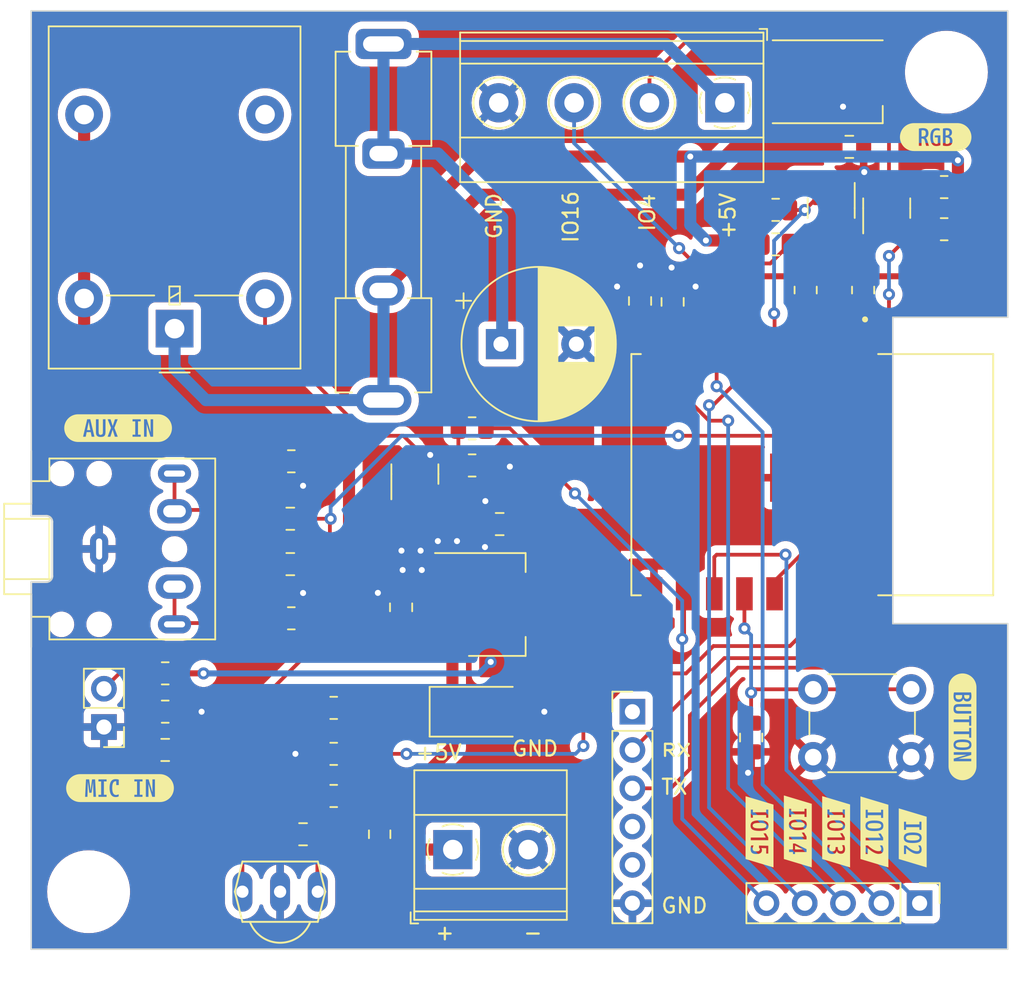
<source format=kicad_pcb>
(kicad_pcb (version 20221018) (generator pcbnew)
  (layers (0 "F.Cu" signal) (31 "B.Cu" signal) (34 "B.Paste" user) (35 "F.Paste" user) (36 "B.SilkS" user "B.Silkscreen") (37 "F.SilkS" user "F.Silkscreen") (38 "B.Mask" user) (39 "F.Mask" user) (44 "Edge.Cuts" user))
  (net 0 "")
  (net 1 "+5V")
  (net 2 "GND")
  (net 3 "+3V3")
  (net 4 "Net-(J3-Pin_1)")
  (net 5 "/Top_Sheet/ESP-12S/IO0")
  (net 6 "/Top_Sheet/ESP-12S/ADC")
  (net 7 "Net-(MK1-+)")
  (net 8 "Net-(C8-Pad2)")
  (net 9 "Net-(C9-Pad2)")
  (net 10 "/Top_Sheet/ESP-12S/5V_LED")
  (net 12 "/Top_Sheet/ESP-12S/DATA")
  (net 13 "Net-(J4-Pin_1)")
  (net 15 "/Top_Sheet/ESP-12S/RXD0")
  (net 16 "/Top_Sheet/ESP-12S/TXD")
  (net 19 "/Top_Sheet/ESP-12S/CLK")
  (net 20 "/Top_Sheet/ESP-12S/IO2")
  (net 21 "/Top_Sheet/ESP-12S/IO12")
  (net 22 "/Top_Sheet/ESP-12S/IO13")
  (net 23 "/Top_Sheet/ESP-12S/IO14")
  (net 24 "/Top_Sheet/ESP-12S/IO15")
  (net 25 "Net-(Q3-D)")
  (net 27 "/Top_Sheet/ESP-12S/IO4")
  (net 28 "/Top_Sheet/ESP-12S/IO16")
  (net 29 "Net-(Q3-G)")
  (net 30 "Net-(U1-RST)")
  (net 31 "Net-(U1-EN)")
  (net 32 "/Top_Sheet/ESP-12S/IO5")
  (net 33 "Net-(U3-V+)")
  (net 34 "Net-(R13-Pad2)")
  (footprint "Connector_PinHeader_2.54mm:PinHeader_1x06_P2.54mm_Vertical" (layer "F.Cu") (at 118.314 100.598)
    (fp_text reference "J2" hide)
    (fp_text value "Conn_01x06")
  )
  (footprint "Connector_PinHeader_2.54mm:PinHeader_1x02_P2.54mm_Vertical" (layer "F.Cu") (at 83.262 101.614 180)
    (fp_text reference "MK1" hide)
    (fp_text value "Microphone")
  )
  (footprint "Resistor_SMD:R_0805_2012Metric" (layer "F.Cu") (at 138.9915 65.8)
    (fp_text reference "R5" hide)
    (fp_text value "K10K")
  )
  (footprint "Resistor_SMD:R_0805_2012Metric" (layer "F.Cu") (at 98.502 103.392)
    (fp_text reference "R14" hide)
    (fp_text value "3.3K")
  )
  (footprint "Resistor_SMD:R_0805_2012Metric" (layer "F.Cu") (at 127.8155 67.31 180)
    (fp_text reference "R4" hide)
    (fp_text value "10K")
  )
  (footprint "Capacitor_SMD:C_0805_2012Metric" (layer "F.Cu") (at 126.188 102.31 90)
    (fp_text reference "C6" hide)
    (fp_text value "100n")
  )
  (footprint "Capacitor_SMD:C_0805_2012Metric" (layer "F.Cu") (at 132.702 63.132)
    (fp_text reference "C10" hide)
    (fp_text value "100n")
  )
  (footprint "MountingHole:MountingHole_3mm" (layer "F.Cu") (at 139.142 58.18)
    (fp_text reference "H1" hide)
    (fp_text value "MountingHole")
  )
  (footprint "Resistor_SMD:R_0805_2012Metric" (layer "F.Cu") (at 98.502 100.344 180)
    (fp_text reference "R13" hide)
    (fp_text value "10K")
  )
  (footprint "Package_TO_SOT_SMD:SOT-223-3_TabPin2" (layer "F.Cu") (at 109.322 93.486)
    (fp_text reference "U2" hide)
    (fp_text value "NCP1117-3.3_SOT223")
  )
  (footprint "Resistor_SMD:R_0805_2012Metric" (layer "F.Cu") (at 107.6835 84.2635)
    (fp_text reference "R8" hide)
    (fp_text value "10K")
  )
  (footprint "Button_Switch_THT:SW_PUSH_6mm_H7.3mm" (layer "F.Cu") (at 130.304 99.11)
    (fp_text reference "SW2" hide)
    (fp_text value "SW_SPST")
  )
  (footprint "kibuzzard-6541D5EF" (layer "F.Cu") (at 134.366 108.569125 -90)
    (fp_text reference "kibuzzard-6541D5EF" hide)
    (fp_text value "G***" hide)
  )
  (footprint "TSOP1838:TSOP18XX" (layer "F.Cu") (at 94.9472 112.5094)
    (fp_text reference "U3" hide)
    (fp_text value "TSOP1838")
  )
  (footprint "kibuzzard-6541D612" (layer "F.Cu") (at 136.906 108.966 -90)
    (fp_text reference "kibuzzard-6541D612" hide)
    (fp_text value "G***" hide)
  )
  (footprint "kibuzzard-6541E326" (layer "F.Cu") (at 138.43 62.484)
    (fp_text reference "kibuzzard-6541E326" hide)
    (fp_text value "G***" hide)
  )
  (footprint "Diode_SMD:D_SMA" (layer "F.Cu") (at 108.376 100.598)
    (fp_text reference "D1" hide)
    (fp_text value "SS16")
  )
  (footprint "Connector_PinHeader_2.54mm:PinHeader_1x05_P2.54mm_Vertical" (layer "F.Cu") (at 137.364 113.298 -90)
    (fp_text reference "J5" hide)
    (fp_text value "Conn_01x05_Pin")
  )
  (footprint "kibuzzard-6541D591" (layer "F.Cu") (at 129.286 108.537375 -90)
    (fp_text reference "kibuzzard-6541D591" hide)
    (fp_text value "G***" hide)
  )
  (footprint "Resistor_SMD:R_0805_2012Metric" (layer "F.Cu") (at 138.9915 68.594)
    (fp_text reference "R3" hide)
    (fp_text value "10K")
  )
  (footprint "ESP-12S:MODULE_ESP-12S" (layer "F.Cu") (at 130.244 84.876 -90)
    (fp_text reference "U1" hide)
    (fp_text value "ESP-12S")
  )
  (footprint "Connector_Audio:Jack_3.5mm_CUI_SJ1-3525N_Horizontal" (layer "F.Cu") (at 82.943 89.803 -90)
    (fp_text reference "J6" hide)
    (fp_text value "AudioJack2_Ground_Switch")
    (fp_line (start -2.2 3.5) (end -2.2 4.5) (stroke (width 0.12)) (layer "Edge.Cuts"))
    (fp_line (start -2.2 4.5) (end -6.5 4.5) (stroke (width 0.12)) (layer "Edge.Cuts"))
    (fp_line (start 1.8 3.1) (end -1.8 3.1) (stroke (width 0.12)) (layer "Edge.Cuts"))
    (fp_line (start 2.2 3.5) (end 2.2 4.5) (stroke (width 0.12)) (layer "Edge.Cuts"))
    (fp_line (start 2.2 4.5) (end 6.5 4.5) (stroke (width 0.12)) (layer "Edge.Cuts"))
    (fp_arc (start -2.2 3.5) (mid -2.082842 3.217158) (end -1.8 3.1) (stroke (width 0.12)) (layer "Edge.Cuts"))
    (fp_arc (start 1.8 3.1) (mid 2.082843 3.217157) (end 2.2 3.5) (stroke (width 0.12)) (layer "Edge.Cuts"))
  )
  (footprint "Capacitor_SMD:C_0805_2012Metric" (layer "F.Cu") (at 102.972 93.674 90)
    (fp_text reference "C1" hide)
    (fp_text value "10u")
  )
  (footprint "Capacitor_SMD:C_0805_2012Metric" (layer "F.Cu") (at 95.624 90.808 180)
    (fp_text reference "C8" hide)
    (fp_text value "100n")
  )
  (footprint "Capacitor_SMD:C_0805_2012Metric" (layer "F.Cu") (at 120.981 73.415 90)
    (fp_text reference "C4" hide)
    (fp_text value "10u")
  )
  (footprint "kibuzzard-6541E704" (layer "F.Cu") (at 140.208 101.6 -90)
    (fp_text reference "kibuzzard-6541E704" hide)
    (fp_text value "G***" hide)
  )
  (footprint "Package_TO_SOT_SMD:SOT-23" (layer "F.Cu") (at 131.4985 67.197 -90)
    (fp_text reference "Q2" hide)
    (fp_text value "BSS138")
  )
  (footprint "kibuzzard-6541E997" (layer "F.Cu") (at 84.328 105.664)
    (fp_text reference "kibuzzard-6541E997" hide)
    (fp_text value "G***" hide)
  )
  (footprint "Resistor_SMD:R_0805_2012Metric" (layer "F.Cu") (at 129.806 72.63 -90)
    (fp_text reference "R2" hide)
    (fp_text value "10K")
  )
  (footprint "Resistor_SMD:R_0805_2012Metric" (layer "F.Cu") (at 127.8155 69.596 180)
    (fp_text reference "R6" hide)
    (fp_text value "K10K")
  )
  (footprint "Package_TO_SOT_SMD:SOT-23" (layer "F.Cu") (at 103.886 84.836 90)
    (fp_text reference "Q3" hide)
    (fp_text value "BSS138")
  )
  (footprint "kibuzzard-6541E98B" (layer "F.Cu") (at 84.201 81.788)
    (fp_text reference "kibuzzard-6541E98B" hide)
    (fp_text value "G***" hide)
  )
  (footprint "Capacitor_SMD:C_0805_2012Metric" (layer "F.Cu") (at 96.47 108.726 180)
    (fp_text reference "C11" hide)
    (fp_text value "4.7uF")
  )
  (footprint "kibuzzard-6541D5B9" (layer "F.Cu") (at 126.746 108.563569 -90)
    (fp_text reference "kibuzzard-6541D5B9" hide)
    (fp_text value "G***" hide)
  )
  (footprint "MountingHole:MountingHole_3mm" (layer "F.Cu") (at 82.246 112.536)
    (fp_text reference "H2" hide)
    (fp_text value "MountingHole")
  )
  (footprint "Capacitor_SMD:C_0805_2012Metric" (layer "F.Cu") (at 87.326 103.133 180)
    (fp_text reference "C7" hide)
    (fp_text value "100n")
  )
  (footprint "Package_TO_SOT_SMD:SOT-23" (layer "F.Cu") (at 135.1815 67.197 90)
    (fp_text reference "Q1" hide)
    (fp_text value "BSS138")
  )
  (footprint "Resistor_SMD:R_0805_2012Metric" (layer "F.Cu") (at 98.502 106.186 180)
    (fp_text reference "R15" hide)
    (fp_text value "100")
  )
  (footprint "Resistor_SMD:R_0805_2012Metric" (layer "F.Cu") (at 95.69 83.988 180)
    (fp_text reference "R9" hide)
    (fp_text value "10K")
  )
  (footprint "Resistor_SMD:R_0805_2012Metric" (layer "F.Cu") (at 87.326 100.593 180)
    (fp_text reference "R12" hide)
    (fp_text value "3.3K")
  )
  (footprint "LED_SMD:LED_WS2812B_PLCC4_5.0x5.0mm_P3.2mm" (layer "F.Cu") (at 131.268 58.814)
    (fp_text reference "D2" hide)
    (fp_text value "WS2812B")
  )
  (footprint "Resistor_SMD:R_0805_2012Metric" (layer "F.Cu") (at 107.6835 81.802 180)
    (fp_text reference "R7" hide)
    (fp_text value "10K")
  )
  (footprint "Resistor_SMD:R_0805_2012Metric" (layer "F.Cu") (at 95.69 94.402 180)
    (fp_text reference "R10" hide)
    (fp_text value "10K")
  )
  (footprint "Capacitor_SMD:C_0805_2012Metric" (layer "F.Cu") (at 95.624 87.798 180)
    (fp_text reference "C9" hide)
    (fp_text value "100n")
  )
  (footprint "Capacitor_SMD:C_0805_2012Metric" (layer "F.Cu") (at 118.822 73.354 90)
    (fp_text reference "C3" hide)
    (fp_text value "100n")
  )
  (footprint "TerminalBlock_Phoenix:TerminalBlock_Phoenix_MKDS-1,5-4_1x04_P5.00mm_Horizontal" (layer "F.Cu") (at 124.447 60.211 180)
    (fp_text reference "J3" hide)
    (fp_text value "Screw_Terminal_01x04")
  )
  (footprint "kibuzzard-6541D5D1" (layer "F.Cu") (at 131.826 108.5596 -90)
    (fp_text reference "kibuzzard-6541D5D1" hide)
    (fp_text value "G***" hide)
  )
  (footprint "Resistor_SMD:R_0805_2012Metric" (layer "F.Cu") (at 133.616 72.63 -90)
    (fp_text reference "R1" hide)
    (fp_text value "10K")
  )
  (footprint "Relay_THT:Relay_SPDT_Omron-G5LE-1" (layer "F.Cu") (at 87.948 75.1895 180)
    (fp_text reference "K1" hide)
    (fp_text value "G5LE-1")
  )
  (footprint "Capacitor_SMD:C_0805_2012Metric" (layer "F.Cu") (at 109.51 88.152 180)
    (fp_text reference "C2" hide)
    (fp_text value "10u")
  )
  (footprint "TerminalBlock_Phoenix:TerminalBlock_Phoenix_MKDS-1,5-2_1x02_P5.00mm_Horizontal" (layer "F.Cu") (at 106.405 109.742)
    (fp_text reference "J4" hide)
    (fp_text value "Screw_Terminal_01x02")
  )
  (footprint "Fuse:Fuseholder_Clip-5x20mm_Keystone_3512P_Inline_P23.62x7.27mm_D1.02x2.41x1.02x1.57mm_Horizontal" (layer "F.Cu") (at 101.804 56.308 -90)
    (fp_text reference "F2" hide)
    (fp_text value "Fuse")
  )
  (footprint "Capacitor_THT:CP_Radial_D10.0mm_P5.00mm" (layer "F.Cu") (at 109.596323 76.214)
    (fp_text reference "C5" hide)
    (fp_text value "1000u")
  )
  (footprint "Resistor_SMD:R_0805_2012Metric" (layer "F.Cu") (at 87.326 98.053)
    (fp_text reference "R11" hide)
    (fp_text value "10K")
  )
  (footprint "Fuse:Fuse_0805_2012Metric" (layer "F.Cu") (at 101.55 108.726 90)
    (fp_text reference "F1" hide)
    (fp_text value "Fuse")
  )
  (gr_line (start 78.443 83.303) (end 78.436 54.116) (stroke (width 0.1)) (layer "Edge.Cuts"))
  (gr_line (start 135.586 93.486) (end 135.586 94.756) (stroke (width 0.1)) (layer "Edge.Cuts"))
  (gr_line (start 78.443 96.303) (end 78.436 116.346) (stroke (width 0.1)) (layer "Edge.Cuts"))
  (gr_line (start 143.206 94.756) (end 143.206 116.346) (stroke (width 0.1)) (layer "Edge.Cuts"))
  (gr_line (start 143.206 54.116) (end 143.206 74.436) (stroke (width 0.1)) (layer "Edge.Cuts"))
  (gr_line (start 78.436 54.116) (end 143.206 54.116) (stroke (width 0.1)) (layer "Edge.Cuts"))
  (gr_line (start 143.206 74.436) (end 135.586 74.436) (stroke (width 0.1)) (layer "Edge.Cuts"))
  (gr_line (start 135.586 74.436) (end 135.586 93.486) (stroke (width 0.1)) (layer "Edge.Cuts"))
  (gr_line (start 143.206 116.346) (end 78.436 116.346) (stroke (width 0.1)) (layer "Edge.Cuts"))
  (gr_line (start 135.586 94.756) (end 143.206 94.756) (stroke (width 0.1)) (layer "Edge.Cuts"))
  (gr_text "IO4" (at 119.888 68.834 90) (layer "F.SilkS") (effects (font (size 1 1)) (justify left bottom)))
  (gr_text "+5V" (at 103.845 103.886) (layer "F.SilkS") (effects (font (size 1 1)) (justify left bottom)))
  (gr_text "GND" (at 120.142 114.046) (layer "F.SilkS") (effects (font (size 1 1)) (justify left bottom)))
  (gr_text "RX" (at 120.142 103.632) (layer "F.SilkS") (effects (font (size 0.8 1)) (justify left bottom)))
  (gr_text "+" (at 105.156 115.824) (layer "F.SilkS") (effects (font (size 1 1)) (justify left bottom)))
  (gr_text "IO16" (at 114.808 69.596 90) (layer "F.SilkS") (effects (font (size 1 1)) (justify left bottom)))
  (gr_text "GND" (at 109.728 69.342 90) (layer "F.SilkS") (effects (font (size 1 1)) (justify left bottom)))
  (gr_text "-" (at 110.998 115.824) (layer "F.SilkS") (effects (font (size 1 1)) (justify left bottom)))
  (gr_text "TX" (at 120.142 106.172) (layer "F.SilkS") (effects (font (size 1 1)) (justify left bottom)))
  (gr_text "+5V" (at 125.222 69.342 90) (layer "F.SilkS") (effects (font (size 1 1)) (justify left bottom)))
  (gr_text "GND" (at 110.236 103.632) (layer "F.SilkS") (effects (font (size 1 1)) (justify left bottom)))
  (segment (start 106.376 100.598) (end 106.376 95.99) (width 0.8) (layer "F.Cu") (net 1))
  (segment (start 123.19 69.342) (end 126.649 69.342) (width 0.8) (layer "F.Cu") (net 1))
  (segment (start 81.948 79.726) (end 81.948 73.1895) (width 0.8) (layer "F.Cu") (net 1))
  (segment (start 102.972 94.624) (end 101.926 94.624) (width 0.8) (layer "F.Cu") (net 1))
  (segment (start 97.74 81.802) (end 84.024 81.802) (width 0.8) (layer "F.Cu") (net 1))
  (segment (start 126.649 69.342) (end 126.903 69.596) (width 0.8) (layer "F.Cu") (net 1))
  (segment (start 139.904 65.8) (end 139.904 64.022) (width 0.8) (layer "F.Cu") (net 1))
  (segment (start 106.376 102.9625) (end 106.376 100.598) (width 0.8) (layer "F.Cu") (net 1))
  (segment (start 81.948 60.9895) (end 81.948 68.072) (width 0.8) (layer "F.Cu") (net 1))
  (segment (start 103.886 68.072) (end 108.182351 63.775649) (width 0.8) (layer "F.Cu") (net 1))
  (segment (start 81.948 68.072) (end 103.886 68.072) (width 0.8) (layer "F.Cu") (net 1))
  (segment (start 101.55 107.7885) (end 106.376 102.9625) (width 0.8) (layer "F.Cu") (net 1))
  (segment (start 99.518 83.58) (end 97.74 81.802) (width 0.8) (layer "F.Cu") (net 1))
  (segment (start 101.55 107.7885) (end 101.017 107.7885) (width 0.8) (layer "F.Cu") (net 1))
  (segment (start 84.024 81.802) (end 81.948 79.726) (width 0.8) (layer "F.Cu") (net 1))
  (segment (start 104.134 95.786) (end 106.172 95.786) (width 0.8) (layer "F.Cu") (net 1))
  (segment (start 102.972 94.624) (end 104.134 95.786) (width 0.8) (layer "F.Cu") (net 1))
  (segment (start 101.926 94.624) (end 99.518 92.216) (width 0.8) (layer "F.Cu") (net 1))
  (segment (start 101.017 107.7885) (end 99.4145 106.186) (width 0.8) (layer "F.Cu") (net 1))
  (segment (start 99.518 92.216) (end 99.518 83.58) (width 0.8) (layer "F.Cu") (net 1))
  (segment (start 106.376 95.99) (end 106.172 95.786) (width 0.8) (layer "F.Cu") (net 1))
  (segment (start 81.948 68.072) (end 81.948 73.1895) (width 0.8) (layer "F.Cu") (net 1))
  (segment (start 108.182351 63.775649) (end 122.152351 63.775649) (width 0.8) (layer "F.Cu") (net 1))
  (via (at 139.904 64.022) (size 0.8) (drill 0.4) (layers "F.Cu" "B.Cu") (net 1))
  (via (at 123.19 69.342) (size 0.8) (drill 0.4) (layers "F.Cu" "B.Cu") (net 1))
  (via (at 122.152351 63.775649) (size 0.8) (drill 0.4) (layers "F.Cu" "B.Cu") (net 1))
  (segment (start 122.152351 63.775649) (end 122.152351 68.304351) (width 0.8) (layer "B.Cu") (net 1))
  (segment (start 122.152351 68.304351) (end 123.19 69.342) (width 0.8) (layer "B.Cu") (net 1))
  (segment (start 139.904 64.022) (end 139.657649 63.775649) (width 0.8) (layer "B.Cu") (net 1))
  (segment (start 139.657649 63.775649) (end 122.152351 63.775649) (width 0.8) (layer "B.Cu") (net 1))
  (segment (start 96.6025 92.8565) (end 96.47 92.724) (width 0.25) (layer "F.Cu") (net 2))
  (segment (start 102.972 91.302) (end 103.074 91.2) (width 0.25) (layer "F.Cu") (net 2))
  (segment (start 101.440214 92.724) (end 101.431607 92.715393) (width 0.25) (layer "F.Cu") (net 2))
  (segment (start 108.56 88.152) (end 108.56 89.651) (width 0.25) (layer "F.Cu") (net 2))
  (segment (start 108.56 89.651) (end 108.535 89.676) (width 0.25) (layer "F.Cu") (net 2))
  (segment (start 108.56 86.628) (end 108.56 88.152) (width 0.25) (layer "F.Cu") (net 2))
  (segment (start 96.6025 85.4795) (end 96.47 85.612) (width 0.25) (layer "F.Cu") (net 2))
  (segment (start 102.972 92.724) (end 101.440214 92.724) (width 0.25) (layer "F.Cu") (net 2))
  (segment (start 95.52 109.93) (end 94.946 110.504) (width 0.25) (layer "F.Cu") (net 2))
  (segment (start 95.52 108.726) (end 95.52 109.93) (width 0.25) (layer "F.Cu") (net 2))
  (segment (start 110.376 100.598) (end 112.472 100.598) (width 0.25) (layer "F.Cu") (net 2))
  (segment (start 88.2385 100.593) (end 89.734 100.593) (width 0.25) (layer "F.Cu") (net 2))
  (segment (start 97.5895 103.392) (end 95.962 103.392) (width 0.25) (layer "F.Cu") (net 2))
  (segment (start 104.836 85.7735) (end 104.836 83.632) (width 0.25) (layer "F.Cu") (net 2))
  (segment (start 126.442 103.26) (end 125.983996 103.718004) (width 0.25) (layer "F.Cu") (net 2))
  (segment (start 89.734 100.593) (end 89.739 100.598) (width 0.25) (layer "F.Cu") (net 2))
  (segment (start 133.718 60.464) (end 132.286 60.464) (width 0.25) (layer "F.Cu") (net 2))
  (segment (start 133.652 63.132) (end 133.652 64.765673) (width 0.25) (layer "F.Cu") (net 2))
  (segment (start 102.972 92.724) (end 102.972 91.302) (width 0.25) (layer "F.Cu") (net 2))
  (segment (start 125.983996 103.718004) (end 125.983996 104.648) (width 0.25) (layer "F.Cu") (net 2))
  (segment (start 106.172 91.186) (end 104.358 91.186) (width 0.25) (layer "F.Cu") (net 2))
  (segment (start 108.596 84.2635) (end 110.1075 84.2635) (width 0.25) (layer "F.Cu") (net 2))
  (segment (start 96.6025 94.402) (end 96.6025 92.8565) (width 0.25) (layer "F.Cu") (net 2))
  (segment (start 104.836 83.632) (end 104.902 83.566) (width 0.25) (layer "F.Cu") (net 2))
  (segment (start 110.1075 84.2635) (end 110.186 84.342) (width 0.25) (layer "F.Cu") (net 2))
  (segment (start 96.6025 83.988) (end 96.6025 85.4795) (width 0.25) (layer "F.Cu") (net 2))
  (segment (start 94.946 110.504) (end 94.946 112.536) (width 0.25) (layer "F.Cu") (net 2))
  (segment (start 104.358 91.186) (end 104.344 91.2) (width 0.25) (layer "F.Cu") (net 2))
  (segment (start 132.286 60.464) (end 132.284 60.466) (width 0.25) (layer "F.Cu") (net 2))
  (via (at 108.535 89.676) (size 0.8) (drill 0.4) (layers "F.Cu" "B.Cu") (net 2))
  (via (at 96.47 92.724) (size 0.8) (drill 0.4) (layers "F.Cu" "B.Cu") (net 2))
  (via (at 104.902 83.566) (size 0.8) (drill 0.4) (layers "F.Cu" "B.Cu") (net 2))
  (via (at 122.505 72.399) (size 0.8) (drill 0.4) (layers "F.Cu" "B.Cu") (net 2))
  (via (at 125.983996 104.648) (size 0.8) (drill 0.4) (layers "F.Cu" "B.Cu") (net 2))
  (via (at 106.68 89.281) (size 0.8) (drill 0.4) (layers "F.Cu" "B.Cu") (net 2))
  (via (at 95.962 103.392) (size 0.8) (drill 0.4) (layers "F.Cu" "B.Cu") (net 2))
  (via (at 110.186 84.342) (size 0.8) (drill 0.4) (layers "F.Cu" "B.Cu") (net 2))
  (via (at 104.267 89.916) (size 0.8) (drill 0.4) (layers "F.Cu" "B.Cu") (net 2))
  (via (at 103.074 91.2) (size 0.8) (drill 0.4) (layers "F.Cu" "B.Cu") (net 2))
  (via (at 102.997 89.916) (size 0.8) (drill 0.4) (layers "F.Cu" "B.Cu") (net 2))
  (via (at 105.41 89.281) (size 0.8) (drill 0.4) (layers "F.Cu" "B.Cu") (net 2))
  (via (at 96.47 85.612) (size 0.8) (drill 0.4) (layers "F.Cu" "B.Cu") (net 2))
  (via (at 120.912365 71.137671) (size 0.8) (drill 0.4) (layers "F.Cu" "B.Cu") (net 2))
  (via (at 101.431607 92.715393) (size 0.8) (drill 0.4) (layers "F.Cu" "B.Cu") (net 2))
  (via (at 108.56 86.628) (size 0.8) (drill 0.4) (layers "F.Cu" "B.Cu") (net 2))
  (via (at 112.472 100.598) (size 0.8) (drill 0.4) (layers "F.Cu" "B.Cu") (net 2))
  (via (at 118.822 71.002) (size 0.8) (drill 0.4) (layers "F.Cu" "B.Cu") (net 2))
  (via (at 89.739 100.598) (size 0.8) (drill 0.4) (layers "F.Cu" "B.Cu") (net 2))
  (via (at 133.692327 64.806) (size 0.8) (drill 0.4) (layers "F.Cu" "B.Cu") (net 2))
  (via (at 104.344 91.2) (size 0.8) (drill 0.4) (layers "F.Cu" "B.Cu") (net 2))
  (via (at 132.284 60.466) (size 0.8) (drill 0.4) (layers "F.Cu" "B.Cu") (net 2))
  (via (at 117.298 72.399) (size 0.8) (drill 0.4) (layers "F.Cu" "B.Cu") (net 2))
  (segment (start 88.2385 98.053) (end 89.861 98.053) (width 0.4) (layer "F.Cu") (net 3))
  (segment (start 129.806 71.7175) (end 124.664 71.7175) (width 0.4) (layer "F.Cu") (net 3))
  (segment (start 120.981 74.365) (end 122.0065 74.365) (width 0.4) (layer "F.Cu") (net 3))
  (segment (start 139.904 68.594) (end 139.904 71.134) (width 0.4) (layer "F.Cu") (net 3))
  (segment (start 122.0065 74.365) (end 122.0115 74.37) (width 0.4) (layer "F.Cu") (net 3))
  (segment (start 122.0115 74.37) (end 124.664 71.7175) (width 0.4) (layer "F.Cu") (net 3))
  (segment (start 131.2655 65.0765) (end 131.7735 65.5845) (width 0.4) (layer "F.Cu") (net 3))
  (segment (start 134.2315 68.1345) (end 134.2315 71.102) (width 0.4) (layer "F.Cu") (net 3))
  (segment (start 120.92 74.304) (end 120.981 74.365) (width 0.4) (layer "F.Cu") (net 3))
  (segment (start 133.616 71.7175) (end 129.806 71.7175) (width 0.4) (layer "F.Cu") (net 3))
  (segment (start 126.903 67.31) (end 129.1365 65.0765) (width 0.4) (layer "F.Cu") (net 3))
  (segment (start 119.838 74.304) (end 120.92 74.304) (width 0.4) (layer "F.Cu") (net 3))
  (segment (start 132.4485 66.2595) (end 132.4485 66.3515) (width 0.4) (layer "F.Cu") (net 3))
  (segment (start 106.172 93.486) (end 112.472 93.486) (width 0.4) (layer "F.Cu") (net 3))
  (segment (start 134.2315 71.102) (end 133.616 71.7175) (width 0.4) (layer "F.Cu") (net 3))
  (segment (start 132.4485 66.2595) (end 131.7735 65.5845) (width 0.4) (layer "F.Cu") (net 3))
  (segment (start 118.822 74.304) (end 119.838 74.304) (width 0.4) (layer "F.Cu") (net 3))
  (segment (start 139.904 71.134) (end 139.3205 71.7175) (width 0.4) (layer "F.Cu") (net 3))
  (segment (start 112.472 90.164) (end 110.46 88.152) (width 0.4) (layer "F.Cu") (net 3))
  (segment (start 112.472 93.486) (end 112.472 90.164) (width 0.4) (layer "F.Cu") (net 3))
  (segment (start 139.3205 71.7175) (end 133.616 71.7175) (width 0.4) (layer "F.Cu") (net 3))
  (segment (start 89.861 98.053) (end 89.866 98.058) (width 0.4) (layer "F.Cu") (net 3))
  (segment (start 119.744 76.976) (end 119.744 74.398) (width 0.4) (layer "F.Cu") (net 3))
  (segment (start 129.1365 65.0765) (end 131.2655 65.0765) (width 0.4) (layer "F.Cu") (net 3))
  (segment (start 119.744 74.398) (end 119.838 74.304) (width 0.4) (layer "F.Cu") (net 3))
  (segment (start 132.4485 66.3515) (end 134.2315 68.1345) (width 0.4) (layer "F.Cu") (net 3))
  (via (at 108.916 97.296) (size 0.8) (drill 0.4) (layers "F.Cu" "B.Cu") (net 3))
  (via (at 89.866 98.058) (size 0.8) (drill 0.4) (layers "F.Cu" "B.Cu") (net 3))
  (segment (start 108.154 98.058) (end 108.916 97.296) (width 0.4) (layer "B.Cu") (net 3))
  (segment (start 89.866 98.058) (end 108.154 98.058) (width 0.4) (layer "B.Cu") (net 3))
  (segment (start 120.544 56.308) (end 101.804 56.308) (width 0.8) (layer "B.Cu") (net 4))
  (segment (start 109.678 76.132323) (end 109.596323 76.214) (width 0.8) (layer "B.Cu") (net 4))
  (segment (start 124.447 60.211) (end 120.544 56.308) (width 0.8) (layer "B.Cu") (net 4))
  (segment (start 101.804 63.578) (end 101.804 56.308) (width 0.8) (layer "B.Cu") (net 4))
  (segment (start 105.424 63.578) (end 109.678 67.832) (width 0.8) (layer "B.Cu") (net 4))
  (segment (start 109.678 67.832) (end 109.678 76.132323) (width 0.8) (layer "B.Cu") (net 4))
  (segment (start 101.804 63.578) (end 105.424 63.578) (width 0.8) (layer "B.Cu") (net 4))
  (segment (start 126.188 99.328) (end 126.406 99.11) (width 0.25) (layer "F.Cu") (net 5))
  (segment (start 125.744 92.776) (end 125.744 95.073998) (width 0.25) (layer "F.Cu") (net 5))
  (segment (start 130.304 99.11) (end 136.804 99.11) (width 0.25) (layer "F.Cu") (net 5))
  (segment (start 126.406 99.11) (end 130.304 99.11) (width 0.25) (layer "F.Cu") (net 5))
  (segment (start 126.188 101.36) (end 126.188 99.328) (width 0.25) (layer "F.Cu") (net 5))
  (via (at 126.188 99.328) (size 0.8) (drill 0.4) (layers "F.Cu" "B.Cu") (net 5))
  (via (at 125.744 95.073998) (size 0.8) (drill 0.4) (layers "F.Cu" "B.Cu") (net 5))
  (segment (start 126.188 95.517998) (end 125.744 95.073998) (width 0.25) (layer "B.Cu") (net 5))
  (segment (start 126.188 99.328) (end 126.188 95.517998) (width 0.25) (layer "B.Cu") (net 5))
  (segment (start 88.276 103.133) (end 90.374 103.133) (width 0.25) (layer "F.Cu") (net 6))
  (segment (start 98.11 90.808) (end 98.248 90.946) (width 0.25) (layer "F.Cu") (net 6))
  (segment (start 91.8955 101.6115) (end 98.248 95.259) (width 0.25) (layer "F.Cu") (net 6))
  (segment (start 90.374 103.133) (end 91.8955 101.6115) (width 0.25) (layer "F.Cu") (net 6))
  (segment (start 128.488 82.296) (end 121.362 82.296) (width 0.25) (layer "F.Cu") (net 6))
  (segment (start 98.248 95.259) (end 98.248 90.946) (width 0.25) (layer "F.Cu") (net 6))
  (segment (start 98.297998 87.798) (end 98.298 87.797998) (width 0.25) (layer "F.Cu") (net 6))
  (segment (start 131.744 76.976) (end 131.744 79.04) (width 0.25) (layer "F.Cu") (net 6))
  (segment (start 98.248 87.847998) (end 98.298 87.797998) (width 0.25) (layer "F.Cu") (net 6))
  (segment (start 96.574 90.808) (end 98.11 90.808) (width 0.25) (layer "F.Cu") (net 6))
  (segment (start 131.744 79.04) (end 128.488 82.296) (width 0.25) (layer "F.Cu") (net 6))
  (segment (start 98.248 90.946) (end 98.248 87.847998) (width 0.25) (layer "F.Cu") (net 6))
  (segment (start 96.574 87.798) (end 98.297998 87.798) (width 0.25) (layer "F.Cu") (net 6))
  (via (at 98.298 87.797998) (size 0.8) (drill 0.4) (layers "F.Cu" "B.Cu") (net 6))
  (via (at 121.362 82.296) (size 0.8) (drill 0.4) (layers "F.Cu" "B.Cu") (net 6))
  (segment (start 102.997 82.296) (end 98.298 86.995) (width 0.25) (layer "B.Cu") (net 6))
  (segment (start 98.298 86.995) (end 98.298 87.797998) (width 0.25) (layer "B.Cu") (net 6))
  (segment (start 121.362 82.296) (end 102.997 82.296) (width 0.25) (layer "B.Cu") (net 6))
  (segment (start 86.4135 98.053) (end 84.283 98.053) (width 0.25) (layer "F.Cu") (net 7))
  (segment (start 86.376 98.0905) (end 86.4135 98.053) (width 0.25) (layer "F.Cu") (net 7))
  (segment (start 86.376 103.133) (end 86.376 98.0905) (width 0.25) (layer "F.Cu") (net 7))
  (segment (start 84.283 98.053) (end 83.262 99.074) (width 0.25) (layer "F.Cu") (net 7))
  (segment (start 92.052 94.402) (end 94.7775 94.402) (width 0.25) (layer "F.Cu") (net 8))
  (segment (start 94.674 90.808) (end 94.674 94.2985) (width 0.25) (layer "F.Cu") (net 8))
  (segment (start 87.943 94.716) (end 91.738 94.716) (width 0.25) (layer "F.Cu") (net 8))
  (segment (start 87.943 92.303) (end 87.943 94.716) (width 0.25) (layer "F.Cu") (net 8))
  (segment (start 94.674 94.2985) (end 94.7775 94.402) (width 0.25) (layer "F.Cu") (net 8))
  (segment (start 91.738 94.716) (end 92.052 94.402) (width 0.25) (layer "F.Cu") (net 8))
  (segment (start 91.216 87.216) (end 91.798 87.798) (width 0.25) (layer "F.Cu") (net 9))
  (segment (start 94.7775 87.6945) (end 94.674 87.798) (width 0.25) (layer "F.Cu") (net 9))
  (segment (start 91.798 87.798) (end 94.674 87.798) (width 0.25) (layer "F.Cu") (net 9))
  (segment (start 94.7775 83.988) (end 94.7775 87.6945) (width 0.25) (layer "F.Cu") (net 9))
  (segment (start 87.943 84.803) (end 87.943 87.216) (width 0.25) (layer "F.Cu") (net 9))
  (segment (start 87.943 87.216) (end 91.216 87.216) (width 0.25) (layer "F.Cu") (net 9))
  (segment (start 125.082 63.132) (end 121.906 66.308) (width 0.8) (layer "F.Cu") (net 10))
  (segment (start 128.818 57.164) (end 130.252 57.164) (width 0.8) (layer "F.Cu") (net 10))
  (segment (start 108.154 66.308) (end 101.804 72.658) (width 0.8) (layer "F.Cu") (net 10))
  (segment (start 130.76 62.14) (end 131.752 63.132) (width 0.8) (layer "F.Cu") (net 10))
  (segment (start 131.752 63.132) (end 125.082 63.132) (width 0.8) (layer "F.Cu") (net 10))
  (segment (start 130.76 57.672) (end 130.76 62.14) (width 0.8) (layer "F.Cu") (net 10))
  (segment (start 121.906 66.308) (end 108.154 66.308) (width 0.8) (layer "F.Cu") (net 10))
  (segment (start 130.252 57.164) (end 130.76 57.672) (width 0.8) (layer "F.Cu") (net 10))
  (segment (start 90.026 79.928) (end 101.804 79.928) (width 0.8) (layer "B.Cu") (net 10))
  (segment (start 101.804 72.658) (end 101.804 79.928) (width 0.8) (layer "B.Cu") (net 10))
  (segment (start 87.948 75.1895) (end 87.948 77.85) (width 0.8) (layer "B.Cu") (net 10))
  (segment (start 87.948 77.85) (end 90.026 79.928) (width 0.8) (layer "B.Cu") (net 10))
  (segment (start 132.448 57.038) (end 134.825 57.038) (width 0.25) (layer "F.Cu") (net 12))
  (segment (start 135.332 57.545) (end 135.332 66.109) (width 0.25) (layer "F.Cu") (net 12))
  (segment (start 135.332 66.109) (end 135.1815 66.2595) (width 0.25) (layer "F.Cu") (net 12))
  (segment (start 135.641 65.8) (end 138.079 65.8) (width 0.25) (layer "F.Cu") (net 12))
  (segment (start 122.632 55.386) (end 130.796 55.386) (width 0.25) (layer "F.Cu") (net 12))
  (segment (start 130.796 55.386) (end 132.448 57.038) (width 0.25) (layer "F.Cu") (net 12))
  (segment (start 119.447 60.211) (end 119.447 58.571) (width 0.25) (layer "F.Cu") (net 12))
  (segment (start 119.447 58.571) (end 122.632 55.386) (width 0.25) (layer "F.Cu") (net 12))
  (segment (start 135.1815 66.2595) (end 135.641 65.8) (width 0.25) (layer "F.Cu") (net 12))
  (segment (start 134.825 57.038) (end 135.332 57.545) (width 0.25) (layer "F.Cu") (net 12))
  (segment (start 101.6285 109.742) (end 101.55 109.6635) (width 0.8) (layer "F.Cu") (net 13))
  (segment (start 106.405 109.742) (end 101.6285 109.742) (width 0.8) (layer "F.Cu") (net 13))
  (segment (start 131.744 95.264) (end 131.744 92.776) (width 0.25) (layer "F.Cu") (net 15))
  (segment (start 118.314 103.138) (end 124.41 97.042) (width 0.25) (layer "F.Cu") (net 15))
  (segment (start 129.966 97.042) (end 131.744 95.264) (width 0.25) (layer "F.Cu") (net 15))
  (segment (start 124.41 97.042) (end 129.966 97.042) (width 0.25) (layer "F.Cu") (net 15))
  (segment (start 122.124 104.408) (end 120.854 105.678) (width 0.25) (layer "F.Cu") (net 16))
  (segment (start 120.854 105.678) (end 118.314 105.678) (width 0.25) (layer "F.Cu") (net 16))
  (segment (start 125.299 97.677) (end 122.124 100.852) (width 0.25) (layer "F.Cu") (net 16))
  (segment (start 131.839 97.677) (end 125.299 97.677) (width 0.25) (layer "F.Cu") (net 16))
  (segment (start 133.744 92.776) (end 133.744 95.772) (width 0.25) (layer "F.Cu") (net 16))
  (segment (start 133.744 95.772) (end 131.839 97.677) (width 0.25) (layer "F.Cu") (net 16))
  (segment (start 122.124 100.852) (end 122.124 104.408) (width 0.25) (layer "F.Cu") (net 16))
  (segment (start 131.4985 69.1615) (end 131.4985 68.1345) (width 0.25) (layer "F.Cu") (net 19))
  (segment (start 127.458 70.866) (end 122.428 70.866) (width 0.25) (layer "F.Cu") (net 19))
  (segment (start 128.728 69.596) (end 127.458 70.866) (width 0.25) (layer "F.Cu") (net 19))
  (segment (start 128.728 69.596) (end 131.064 69.596) (width 0.25) (layer "F.Cu") (net 19))
  (segment (start 131.064 69.596) (end 131.4985 69.1615) (width 0.25) (layer "F.Cu") (net 19))
  (segment (start 122.428 70.866) (end 121.412 69.85) (width 0.25) (layer "F.Cu") (net 19))
  (via (at 121.412 69.85) (size 0.8) (drill 0.4) (layers "F.Cu" "B.Cu") (net 19))
  (segment (start 114.447 62.885) (end 121.412 69.85) (width 0.25) (layer "B.Cu") (net 19))
  (segment (start 114.447 60.211) (end 114.447 62.885) (width 0.25) (layer "B.Cu") (net 19))
  (segment (start 128.464694 90.184) (end 128.469347 90.179347) (width 0.25) (layer "F.Cu") (net 20))
  (segment (start 123.744 90.342) (end 123.902 90.184) (width 0.25) (layer "F.Cu") (net 20))
  (segment (start 123.902 90.184) (end 128.464694 90.184) (width 0.25) (layer "F.Cu") (net 20))
  (segment (start 123.744 92.776) (end 123.744 90.342) (width 0.25) (layer "F.Cu") (net 20))
  (via (at 128.469347 90.179347) (size 0.8) (drill 0.4) (layers "F.Cu" "B.Cu") (net 20))
  (segment (start 128.529 104.463) (end 128.529 90.239) (width 0.25) (layer "B.Cu") (net 20))
  (segment (start 137.364 113.298) (end 128.529 104.463) (width 0.25) (layer "B.Cu") (net 20))
  (segment (start 128.529 90.239) (end 128.469347 90.179347) (width 0.25) (layer "B.Cu") (net 20))
  (segment (start 123.902 79.008) (end 123.902 77.134) (width 0.25) (layer "F.Cu") (net 21))
  (segment (start 123.902 77.134) (end 123.744 76.976) (width 0.25) (layer "F.Cu") (net 21))
  (via (at 123.902 79.008) (size 0.8) (drill 0.4) (layers "F.Cu" "B.Cu") (net 21))
  (segment (start 126.95 82.056) (end 126.95 105.424) (width 0.25) (layer "B.Cu") (net 21))
  (segment (start 123.902 79.008) (end 126.95 82.056) (width 0.25) (layer "B.Cu") (net 21))
  (segment (start 126.95 105.424) (end 134.824 113.298) (width 0.25) (layer "B.Cu") (net 21))
  (segment (start 124.664 81.294) (end 123.394001 81.294) (width 0.25) (layer "F.Cu") (net 22))
  (segment (start 123.394001 81.294) (end 121.744 79.643999) (width 0.25) (layer "F.Cu") (net 22))
  (segment (start 121.744 79.643999) (end 121.744 76.976) (width 0.25) (layer "F.Cu") (net 22))
  (via (at 124.664 81.294) (size 0.8) (drill 0.4) (layers "F.Cu" "B.Cu") (net 22))
  (segment (start 124.664 105.678) (end 124.664 81.294) (width 0.25) (layer "B.Cu") (net 22))
  (segment (start 132.284 113.298) (end 124.664 105.678) (width 0.25) (layer "B.Cu") (net 22))
  (segment (start 123.661958 80.273347) (end 123.398653 80.273347) (width 0.25) (layer "F.Cu") (net 23))
  (segment (start 125.744 78.191305) (end 123.661958 80.273347) (width 0.25) (layer "F.Cu") (net 23))
  (segment (start 125.744 76.976) (end 125.744 78.191305) (width 0.25) (layer "F.Cu") (net 23))
  (via (at 123.398653 80.273347) (size 0.8) (drill 0.4) (layers "F.Cu" "B.Cu") (net 23))
  (segment (start 123.398653 106.952653) (end 123.398653 80.273347) (width 0.25) (layer "B.Cu") (net 23))
  (segment (start 129.744 113.298) (end 123.398653 106.952653) (width 0.25) (layer "B.Cu") (net 23))
  (segment (start 110.186 81.802) (end 108.596 81.802) (width 0.25) (layer "F.Cu") (net 24))
  (segment (start 121.744 95.644) (end 121.744 92.776) (width 0.25) (layer "F.Cu") (net 24))
  (segment (start 121.616 95.772) (end 121.744 95.644) (width 0.25) (layer "F.Cu") (net 24))
  (segment (start 114.504 86.12) (end 110.186 81.802) (width 0.25) (layer "F.Cu") (net 24))
  (via (at 114.504 86.12) (size 0.8) (drill 0.4) (layers "F.Cu" "B.Cu") (net 24))
  (via (at 121.616 95.772) (size 0.8) (drill 0.4) (layers "F.Cu" "B.Cu") (net 24))
  (segment (start 114.504 86.12) (end 121.616 93.232) (width 0.25) (layer "B.Cu") (net 24))
  (segment (start 121.616 93.232) (end 121.616 95.772) (width 0.25) (layer "B.Cu") (net 24))
  (segment (start 121.616 107.71) (end 121.616 95.772) (width 0.25) (layer "B.Cu") (net 24))
  (segment (start 127.204 113.298) (end 121.616 107.71) (width 0.25) (layer "B.Cu") (net 24))
  (segment (start 103.124 82.296) (end 100.774 82.296) (width 0.25) (layer "F.Cu") (net 25))
  (segment (start 103.886 83.8985) (end 103.886 83.058) (width 0.25) (layer "F.Cu") (net 25))
  (segment (start 100.774 82.296) (end 93.948 75.47) (width 0.25) (layer "F.Cu") (net 25))
  (segment (start 93.948 75.47) (end 93.948 73.1895) (width 0.25) (layer "F.Cu") (net 25))
  (segment (start 103.886 83.058) (end 103.124 82.296) (width 0.25) (layer "F.Cu") (net 25))
  (segment (start 127.744 92.776) (end 127.744 91.929999) (width 0.25) (layer "F.Cu") (net 27))
  (segment (start 135.332 70.372) (end 136.1315 69.5725) (width 0.25) (layer "F.Cu") (net 27))
  (segment (start 135.332 73.42) (end 135.332 72.912) (width 0.25) (layer "F.Cu") (net 27))
  (segment (start 137.6195 68.1345) (end 138.079 68.594) (width 0.25) (layer "F.Cu") (net 27))
  (segment (start 136.1315 69.5725) (end 136.1315 68.1345) (width 0.25) (layer "F.Cu") (net 27))
  (segment (start 136.1315 68.1345) (end 137.6195 68.1345) (width 0.25) (layer "F.Cu") (net 27))
  (segment (start 127.744 91.929999) (end 135.332 84.341999) (width 0.25) (layer "F.Cu") (net 27))
  (segment (start 135.332 84.341999) (end 135.332 73.42) (width 0.25) (layer "F.Cu") (net 27))
  (via (at 135.332 70.372) (size 0.8) (drill 0.4) (layers "F.Cu" "B.Cu") (net 27))
  (via (at 135.332 72.912) (size 0.8) (drill 0.4) (layers "F.Cu" "B.Cu") (net 27))
  (segment (start 135.332 72.912) (end 135.332 70.372) (width 0.25) (layer "B.Cu") (net 27))
  (segment (start 130.5485 66.2595) (end 130.5485 66.519506) (width 0.25) (layer "F.Cu") (net 28))
  (segment (start 130.5485 66.519506) (end 129.744006 67.324) (width 0.25) (layer "F.Cu") (net 28))
  (segment (start 127.744 76.976) (end 127.744 74.214) (width 0.25) (layer "F.Cu") (net 28))
  (segment (start 129.744006 67.324) (end 128.742 67.324) (width 0.25) (layer "F.Cu") (net 28))
  (segment (start 128.742 67.324) (end 128.728 67.31) (width 0.25) (layer "F.Cu") (net 28))
  (segment (start 127.744 74.214) (end 127.712 74.182) (width 0.25) (layer "F.Cu") (net 28))
  (via (at 129.744006 67.324) (size 0.8) (drill 0.4) (layers "F.Cu" "B.Cu") (net 28))
  (via (at 127.712 74.182) (size 0.8) (drill 0.4) (layers "F.Cu" "B.Cu") (net 28))
  (segment (start 127.712 74.182) (end 127.712 69.356006) (width 0.25) (layer "B.Cu") (net 28))
  (segment (start 127.712 69.356006) (end 129.744006 67.324) (width 0.25) (layer "B.Cu") (net 28))
  (segment (start 102.936 86.934) (end 103.886 87.884) (width 0.25) (layer "F.Cu") (net 29))
  (segment (start 106.771 84.2635) (end 106.771 81.802) (width 0.25) (layer "F.Cu") (net 29))
  (segment (start 105.918 87.884) (end 106.771 87.031) (width 0.25) (layer "F.Cu") (net 29))
  (segment (start 103.886 87.884) (end 105.918 87.884) (width 0.25) (layer "F.Cu") (net 29))
  (segment (start 102.936 85.7735) (end 102.936 86.934) (width 0.25) (layer "F.Cu") (net 29))
  (segment (start 106.771 87.031) (end 106.771 84.2635) (width 0.25) (layer "F.Cu") (net 29))
  (segment (start 133.616 73.5425) (end 133.616 76.848) (width 0.25) (layer "F.Cu") (net 30))
  (segment (start 133.616 76.848) (end 133.744 76.976) (width 0.25) (layer "F.Cu") (net 30))
  (segment (start 129.806 73.5425) (end 129.806 76.914) (width 0.25) (layer "F.Cu") (net 31))
  (segment (start 129.806 76.914) (end 129.744 76.976) (width 0.25) (layer "F.Cu") (net 31))
  (segment (start 115.062 101.6) (end 115.062 102.87) (width 0.25) (layer "F.Cu") (net 32))
  (segment (start 99.4145 100.344) (end 99.4145 103.392) (width 0.25) (layer "F.Cu") (net 32))
  (segment (start 129.744 95.264) (end 128.765 96.243) (width 0.25) (layer "F.Cu") (net 32))
  (segment (start 121.87 98.058) (end 118.604 98.058) (width 0.25) (layer "F.Cu") (net 32))
  (segment (start 103.328 103.392) (end 99.4145 103.392) (width 0.25) (layer "F.Cu") (net 32))
  (segment (start 128.765 96.243) (end 123.685 96.243) (width 0.25) (layer "F.Cu") (net 32))
  (segment (start 118.604 98.058) (end 115.062 101.6) (width 0.25) (layer "F.Cu") (net 32))
  (segment (start 129.744 92.776) (end 129.744 95.264) (width 0.25) (layer "F.Cu") (net 32))
  (segment (start 123.685 96.243) (end 121.87 98.058) (width 0.25) (layer "F.Cu") (net 32))
  (via (at 103.328 103.392) (size 0.8) (drill 0.4) (layers "F.Cu" "B.Cu") (net 32))
  (via (at 115.062 102.87) (size 0.8) (drill 0.4) (layers "F.Cu" "B.Cu") (net 32))
  (segment (start 103.328 103.392) (end 114.54 103.392) (width 0.25) (layer "B.Cu") (net 32))
  (segment (start 114.54 103.392) (end 115.062 102.87) (width 0.25) (layer "B.Cu") (net 32))
  (segment (start 97.42 108.726) (end 97.42 107.776) (width 0.25) (layer "F.Cu") (net 33))
  (segment (start 97.5895 107.6065) (end 97.5895 106.186) (width 0.25) (layer "F.Cu") (net 33))
  (segment (start 97.42 112.51) (end 97.446 112.536) (width 0.25) (layer "F.Cu") (net 33))
  (segment (start 97.42 107.776) (end 97.5895 107.6065) (width 0.25) (layer "F.Cu") (net 33))
  (segment (start 97.42 108.726) (end 97.42 112.51) (width 0.25) (layer "F.Cu") (net 33))
  (segment (start 92.446 103.098) (end 92.446 112.536) (width 0.25) (layer "F.Cu") (net 34))
  (segment (start 95.2 100.344) (end 92.446 103.098) (width 0.25) (layer "F.Cu") (net 34))
  (segment (start 97.5895 100.344) (end 95.2 100.344) (width 0.25) (layer "F.Cu") (net 34))
  (zone (net 3) (net_name "+3V3") (layer "F.Cu") (priority 1) (connect_pads (clearance 0.5)) (min_thickness 0.25) (fill yes (thermal_gap 0.5) (thermal_bridge_width 0.5))
    (polygon (pts (xy 109.678 92.724) (xy 109.678 87.136) (xy 116.282 87.136) (xy 116.282 73.674) (xy 120.6 73.674) (xy 120.6 89.93) (xy 117.552 89.93) (xy 117.552 96.788) (xy 115.266 98.312) (xy 108.154 98.312) (xy 108.154 94.502) (xy 104.852 94.502) (xy 104.852 92.724)))
  )
  (zone (net 2) (net_name "GND") (layers "F&B.Cu") (connect_pads (clearance 0.5)) (min_thickness 0.25) (fill yes (thermal_gap 0.5) (thermal_bridge_width 0.5))
    (polygon (pts (xy 78.436 54.116) (xy 143.206 54.116) (xy 143.206 116.346) (xy 78.436 116.346)))
  )
)
</source>
